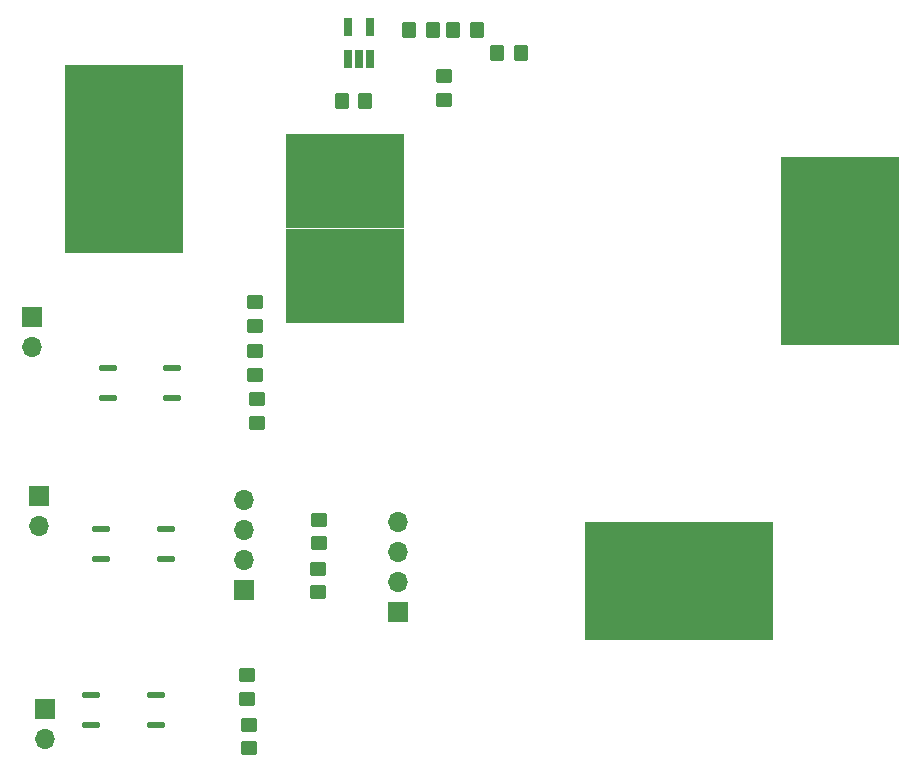
<source format=gbr>
%TF.GenerationSoftware,KiCad,Pcbnew,(6.0.2)*%
%TF.CreationDate,2022-03-20T03:32:58-07:00*%
%TF.ProjectId,ChargerPOC,43686172-6765-4725-904f-432e6b696361,rev?*%
%TF.SameCoordinates,Original*%
%TF.FileFunction,Soldermask,Bot*%
%TF.FilePolarity,Negative*%
%FSLAX46Y46*%
G04 Gerber Fmt 4.6, Leading zero omitted, Abs format (unit mm)*
G04 Created by KiCad (PCBNEW (6.0.2)) date 2022-03-20 03:32:58*
%MOMM*%
%LPD*%
G01*
G04 APERTURE LIST*
G04 Aperture macros list*
%AMRoundRect*
0 Rectangle with rounded corners*
0 $1 Rounding radius*
0 $2 $3 $4 $5 $6 $7 $8 $9 X,Y pos of 4 corners*
0 Add a 4 corners polygon primitive as box body*
4,1,4,$2,$3,$4,$5,$6,$7,$8,$9,$2,$3,0*
0 Add four circle primitives for the rounded corners*
1,1,$1+$1,$2,$3*
1,1,$1+$1,$4,$5*
1,1,$1+$1,$6,$7*
1,1,$1+$1,$8,$9*
0 Add four rect primitives between the rounded corners*
20,1,$1+$1,$2,$3,$4,$5,0*
20,1,$1+$1,$4,$5,$6,$7,0*
20,1,$1+$1,$6,$7,$8,$9,0*
20,1,$1+$1,$8,$9,$2,$3,0*%
G04 Aperture macros list end*
%ADD10R,10.000000X8.000000*%
%ADD11R,1.700000X1.700000*%
%ADD12O,1.700000X1.700000*%
%ADD13R,8.000000X10.000000*%
%ADD14R,0.650000X1.560000*%
%ADD15RoundRect,0.137500X0.587500X0.137500X-0.587500X0.137500X-0.587500X-0.137500X0.587500X-0.137500X0*%
%ADD16RoundRect,0.250000X-0.450000X0.350000X-0.450000X-0.350000X0.450000X-0.350000X0.450000X0.350000X0*%
%ADD17RoundRect,0.250000X-0.350000X-0.450000X0.350000X-0.450000X0.350000X0.450000X-0.350000X0.450000X0*%
G04 APERTURE END LIST*
D10*
%TO.C,J5*%
X33248600Y-74422000D03*
X33248600Y-82422000D03*
%TD*%
%TO.C,J4*%
X51943000Y-80334000D03*
X51943000Y-88334000D03*
%TD*%
D11*
%TO.C,J3*%
X56438800Y-116763800D03*
D12*
X56438800Y-114223800D03*
X56438800Y-111683800D03*
X56438800Y-109143800D03*
%TD*%
D11*
%TO.C,J2*%
X43408600Y-114925000D03*
D12*
X43408600Y-112385000D03*
X43408600Y-109845000D03*
X43408600Y-107305000D03*
%TD*%
D10*
%TO.C,J1*%
X93903800Y-82219800D03*
X93903800Y-90219800D03*
%TD*%
D13*
%TO.C,J6*%
X84251800Y-114198400D03*
X76251800Y-114198400D03*
%TD*%
D14*
%TO.C,U9*%
X54086800Y-69980800D03*
X53136800Y-69980800D03*
X52186800Y-69980800D03*
X52186800Y-67280800D03*
X54086800Y-67280800D03*
%TD*%
D15*
%TO.C,U4*%
X37344800Y-96164400D03*
X37344800Y-98704400D03*
X31844800Y-98704400D03*
X31844800Y-96164400D03*
%TD*%
D16*
%TO.C,R23*%
X43789600Y-126346200D03*
X43789600Y-128346200D03*
%TD*%
%TO.C,R22*%
X43662600Y-122129800D03*
X43662600Y-124129800D03*
%TD*%
%TO.C,R21*%
X49707800Y-113112800D03*
X49707800Y-115112800D03*
%TD*%
%TO.C,R20*%
X49758600Y-108991400D03*
X49758600Y-110991400D03*
%TD*%
%TO.C,R19*%
X44475400Y-98787200D03*
X44475400Y-100787200D03*
%TD*%
%TO.C,R18*%
X60325000Y-71440800D03*
X60325000Y-73440800D03*
%TD*%
D17*
%TO.C,R16*%
X64820800Y-69443600D03*
X66820800Y-69443600D03*
%TD*%
%TO.C,R11*%
X51663600Y-73533000D03*
X53663600Y-73533000D03*
%TD*%
%TO.C,R10*%
X61137800Y-67513200D03*
X63137800Y-67513200D03*
%TD*%
%TO.C,R9*%
X57385200Y-67513200D03*
X59385200Y-67513200D03*
%TD*%
D16*
%TO.C,R8*%
X44348400Y-94697800D03*
X44348400Y-96697800D03*
%TD*%
%TO.C,R7*%
X44348400Y-90557600D03*
X44348400Y-92557600D03*
%TD*%
D11*
%TO.C,BT3*%
X26517600Y-125013800D03*
D12*
X26517600Y-127553800D03*
%TD*%
D11*
%TO.C,BT2*%
X26009600Y-106995200D03*
D12*
X26009600Y-109535200D03*
%TD*%
D11*
%TO.C,BT1*%
X25450800Y-91846400D03*
D12*
X25450800Y-94386400D03*
%TD*%
D15*
%TO.C,U6*%
X35947800Y-123799600D03*
X35947800Y-126339600D03*
X30447800Y-126339600D03*
X30447800Y-123799600D03*
%TD*%
%TO.C,U5*%
X36786000Y-109804200D03*
X36786000Y-112344200D03*
X31286000Y-112344200D03*
X31286000Y-109804200D03*
%TD*%
M02*

</source>
